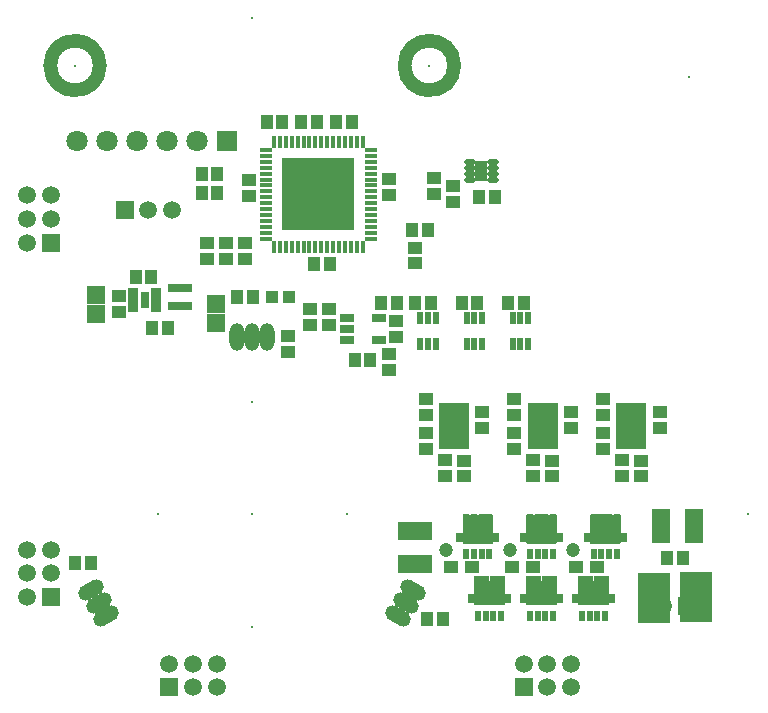
<source format=gts>
G04*
G04 #@! TF.GenerationSoftware,Altium Limited,Altium Designer,24.4.1 (13)*
G04*
G04 Layer_Color=8388736*
%FSLAX44Y44*%
%MOMM*%
G71*
G04*
G04 #@! TF.SameCoordinates,1D3D786A-4C35-496E-9A10-02EDD5D57B8C*
G04*
G04*
G04 #@! TF.FilePolarity,Negative*
G04*
G01*
G75*
%ADD43C,1.2000*%
%ADD44R,2.7000X4.3233*%
%ADD45R,1.6032X1.5032*%
%ADD46R,1.1032X1.2032*%
%ADD47R,0.8032X1.4032*%
%ADD48R,0.9032X0.5032*%
%ADD49R,1.5032X2.9032*%
%ADD50R,2.9032X1.5032*%
%ADD51R,1.1532X1.0532*%
%ADD52R,1.0532X1.1532*%
%ADD53R,1.2032X0.7532*%
%ADD54R,1.2032X1.1032*%
%ADD55R,2.5832X1.8532*%
%ADD56R,0.4832X1.0632*%
%ADD57R,0.5532X1.0532*%
%ADD58R,0.6232X0.8632*%
%ADD59R,0.5432X1.0032*%
%ADD60R,1.1032X1.8032*%
G04:AMPARAMS|DCode=61|XSize=0.9432mm|YSize=0.4832mm|CornerRadius=0.1366mm|HoleSize=0mm|Usage=FLASHONLY|Rotation=180.000|XOffset=0mm|YOffset=0mm|HoleType=Round|Shape=RoundedRectangle|*
%AMROUNDEDRECTD61*
21,1,0.9432,0.2100,0,0,180.0*
21,1,0.6700,0.4832,0,0,180.0*
1,1,0.2732,-0.3350,0.1050*
1,1,0.2732,0.3350,0.1050*
1,1,0.2732,0.3350,-0.1050*
1,1,0.2732,-0.3350,-0.1050*
%
%ADD61ROUNDEDRECTD61*%
%ADD62R,1.0032X1.0032*%
%ADD63R,6.2032X6.2032*%
%ADD64R,1.0632X0.4632*%
%ADD65R,0.4632X1.0632*%
%ADD66R,2.0032X0.8032*%
%ADD67C,1.5032*%
%ADD68R,1.5032X1.5032*%
%ADD69C,0.2032*%
%ADD70C,1.8032*%
%ADD71R,1.8032X1.8032*%
%ADD72R,1.5032X1.5032*%
%ADD73C,1.2032*%
G04:AMPARAMS|DCode=74|XSize=2.3432mm|YSize=1.2732mm|CornerRadius=0mm|HoleSize=0mm|Usage=FLASHONLY|Rotation=330.000|XOffset=0mm|YOffset=0mm|HoleType=Round|Shape=Round|*
%AMOVALD74*
21,1,1.0700,1.2732,0.0000,0.0000,330.0*
1,1,1.2732,-0.4633,0.2675*
1,1,1.2732,0.4633,-0.2675*
%
%ADD74OVALD74*%

%ADD75O,1.2732X2.3432*%
G04:AMPARAMS|DCode=76|XSize=2.3432mm|YSize=1.2732mm|CornerRadius=0mm|HoleSize=0mm|Usage=FLASHONLY|Rotation=210.000|XOffset=0mm|YOffset=0mm|HoleType=Round|Shape=Round|*
%AMOVALD76*
21,1,1.0700,1.2732,0.0000,0.0000,210.0*
1,1,1.2732,0.4633,0.2675*
1,1,1.2732,-0.4633,-0.2675*
%
%ADD76OVALD76*%

%ADD77C,0.9032*%
G36*
X310983Y9D02*
X311113Y-16D01*
X311239Y-59D01*
X311359Y-118D01*
X311470Y-192D01*
X311570Y-280D01*
X311658Y-380D01*
X311731Y-491D01*
X311791Y-610D01*
X311833Y-737D01*
X311859Y-867D01*
X311868Y-1000D01*
Y-15482D01*
X316300D01*
X316433Y-15490D01*
X316563Y-15517D01*
X316689Y-15559D01*
X316809Y-15618D01*
X316920Y-15692D01*
X317020Y-15780D01*
X317108Y-15880D01*
X317181Y-15991D01*
X317241Y-16110D01*
X317283Y-16236D01*
X317309Y-16367D01*
X317318Y-16500D01*
Y-22200D01*
X317309Y-22333D01*
X317283Y-22464D01*
X317241Y-22590D01*
X317181Y-22709D01*
X317108Y-22820D01*
X317020Y-22920D01*
X316920Y-23008D01*
X316809Y-23082D01*
X316689Y-23141D01*
X316563Y-23184D01*
X316433Y-23210D01*
X316300Y-23218D01*
X311868D01*
Y-24000D01*
X311859Y-24133D01*
X311833Y-24264D01*
X311791Y-24390D01*
X311731Y-24509D01*
X311658Y-24620D01*
X311570Y-24720D01*
X311470Y-24808D01*
X311359Y-24882D01*
X311239Y-24941D01*
X311113Y-24983D01*
X310983Y-25010D01*
X310850Y-25018D01*
X287150D01*
X287017Y-25010D01*
X286886Y-24983D01*
X286760Y-24941D01*
X286641Y-24882D01*
X286530Y-24808D01*
X286430Y-24720D01*
X286342Y-24620D01*
X286268Y-24509D01*
X286209Y-24390D01*
X286166Y-24264D01*
X286140Y-24133D01*
X286132Y-24000D01*
Y-23218D01*
X281700D01*
X281567Y-23210D01*
X281436Y-23184D01*
X281310Y-23141D01*
X281191Y-23082D01*
X281080Y-23008D01*
X280980Y-22920D01*
X280892Y-22820D01*
X280818Y-22709D01*
X280759Y-22590D01*
X280716Y-22464D01*
X280690Y-22333D01*
X280682Y-22200D01*
Y-16500D01*
X280690Y-16367D01*
X280716Y-16236D01*
X280759Y-16110D01*
X280818Y-15991D01*
X280892Y-15880D01*
X280980Y-15780D01*
X281080Y-15692D01*
X281191Y-15618D01*
X281310Y-15559D01*
X281436Y-15517D01*
X281567Y-15490D01*
X281700Y-15482D01*
X286132D01*
Y-1000D01*
X286140Y-867D01*
X286166Y-737D01*
X286209Y-610D01*
X286268Y-491D01*
X286342Y-380D01*
X286430Y-280D01*
X286530Y-192D01*
X286641Y-118D01*
X286760Y-59D01*
X286886Y-16D01*
X287017Y9D01*
X287150Y18D01*
X291350D01*
X291483Y9D01*
X291613Y-16D01*
X291739Y-59D01*
X291859Y-118D01*
X291970Y-192D01*
X292070Y-280D01*
X292158Y-380D01*
X292232Y-491D01*
X292290Y-610D01*
X292333Y-737D01*
X292359Y-867D01*
X292368Y-1000D01*
Y-4682D01*
X292632D01*
Y-1000D01*
X292640Y-867D01*
X292666Y-737D01*
X292709Y-610D01*
X292768Y-491D01*
X292842Y-380D01*
X292930Y-280D01*
X293030Y-192D01*
X293141Y-118D01*
X293260Y-59D01*
X293386Y-16D01*
X293517Y9D01*
X293650Y18D01*
X297850D01*
X297983Y9D01*
X298113Y-16D01*
X298239Y-59D01*
X298359Y-118D01*
X298470Y-192D01*
X298570Y-280D01*
X298657Y-380D01*
X298731Y-491D01*
X298790Y-610D01*
X298833Y-737D01*
X298859Y-867D01*
X298868Y-1000D01*
Y-4682D01*
X299132D01*
Y-1000D01*
X299140Y-867D01*
X299166Y-737D01*
X299209Y-610D01*
X299268Y-491D01*
X299342Y-380D01*
X299430Y-280D01*
X299530Y-192D01*
X299641Y-118D01*
X299760Y-59D01*
X299886Y-16D01*
X300017Y9D01*
X300150Y18D01*
X304350D01*
X304483Y9D01*
X304613Y-16D01*
X304739Y-59D01*
X304859Y-118D01*
X304970Y-192D01*
X305070Y-280D01*
X305158Y-380D01*
X305231Y-491D01*
X305291Y-610D01*
X305333Y-737D01*
X305359Y-867D01*
X305368Y-1000D01*
Y-4682D01*
X305632D01*
Y-1000D01*
X305640Y-867D01*
X305666Y-737D01*
X305709Y-610D01*
X305768Y-491D01*
X305842Y-380D01*
X305930Y-280D01*
X306030Y-192D01*
X306141Y-118D01*
X306260Y-59D01*
X306386Y-16D01*
X306517Y9D01*
X306650Y18D01*
X310850D01*
X310983Y9D01*
D02*
G37*
G36*
X202983Y9D02*
X203113Y-17D01*
X203239Y-60D01*
X203359Y-119D01*
X203470Y-192D01*
X203570Y-280D01*
X203658Y-380D01*
X203731Y-491D01*
X203790Y-611D01*
X203833Y-737D01*
X203859Y-867D01*
X203868Y-1000D01*
Y-15482D01*
X208300D01*
X208433Y-15491D01*
X208563Y-15517D01*
X208689Y-15560D01*
X208809Y-15618D01*
X208920Y-15692D01*
X209020Y-15780D01*
X209108Y-15880D01*
X209181Y-15991D01*
X209240Y-16111D01*
X209283Y-16237D01*
X209309Y-16367D01*
X209318Y-16500D01*
Y-22200D01*
X209309Y-22333D01*
X209283Y-22464D01*
X209240Y-22590D01*
X209181Y-22709D01*
X209108Y-22820D01*
X209020Y-22920D01*
X208920Y-23008D01*
X208809Y-23082D01*
X208689Y-23141D01*
X208563Y-23184D01*
X208433Y-23210D01*
X208300Y-23218D01*
X203868D01*
Y-24000D01*
X203859Y-24133D01*
X203833Y-24264D01*
X203790Y-24390D01*
X203731Y-24509D01*
X203658Y-24620D01*
X203570Y-24720D01*
X203470Y-24808D01*
X203359Y-24882D01*
X203239Y-24941D01*
X203113Y-24984D01*
X202983Y-25010D01*
X202850Y-25018D01*
X179150D01*
X179017Y-25010D01*
X178886Y-24984D01*
X178760Y-24941D01*
X178641Y-24882D01*
X178530Y-24808D01*
X178430Y-24720D01*
X178342Y-24620D01*
X178268Y-24509D01*
X178209Y-24390D01*
X178166Y-24264D01*
X178140Y-24133D01*
X178132Y-24000D01*
Y-23218D01*
X173700D01*
X173567Y-23210D01*
X173436Y-23184D01*
X173310Y-23141D01*
X173191Y-23082D01*
X173080Y-23008D01*
X172980Y-22920D01*
X172892Y-22820D01*
X172818Y-22709D01*
X172759Y-22590D01*
X172716Y-22464D01*
X172690Y-22333D01*
X172682Y-22200D01*
Y-16500D01*
X172690Y-16367D01*
X172716Y-16237D01*
X172759Y-16111D01*
X172818Y-15991D01*
X172892Y-15880D01*
X172980Y-15780D01*
X173080Y-15692D01*
X173191Y-15618D01*
X173310Y-15560D01*
X173436Y-15517D01*
X173567Y-15491D01*
X173700Y-15482D01*
X178132D01*
Y-1000D01*
X178140Y-867D01*
X178166Y-737D01*
X178209Y-611D01*
X178268Y-491D01*
X178342Y-380D01*
X178430Y-280D01*
X178530Y-192D01*
X178641Y-119D01*
X178760Y-60D01*
X178886Y-17D01*
X179017Y9D01*
X179150Y18D01*
X183350D01*
X183483Y9D01*
X183613Y-17D01*
X183739Y-60D01*
X183859Y-119D01*
X183970Y-192D01*
X184070Y-280D01*
X184158Y-380D01*
X184232Y-491D01*
X184291Y-611D01*
X184333Y-737D01*
X184359Y-867D01*
X184368Y-1000D01*
Y-4682D01*
X184632D01*
Y-1000D01*
X184640Y-867D01*
X184666Y-737D01*
X184709Y-611D01*
X184768Y-491D01*
X184842Y-380D01*
X184930Y-280D01*
X185030Y-192D01*
X185141Y-119D01*
X185260Y-60D01*
X185386Y-17D01*
X185517Y9D01*
X185650Y18D01*
X189850D01*
X189983Y9D01*
X190113Y-17D01*
X190239Y-60D01*
X190359Y-119D01*
X190470Y-192D01*
X190570Y-280D01*
X190658Y-380D01*
X190732Y-491D01*
X190791Y-611D01*
X190833Y-737D01*
X190859Y-867D01*
X190868Y-1000D01*
Y-4682D01*
X191132D01*
Y-1000D01*
X191140Y-867D01*
X191166Y-737D01*
X191209Y-611D01*
X191268Y-491D01*
X191342Y-380D01*
X191430Y-280D01*
X191530Y-192D01*
X191641Y-119D01*
X191760Y-60D01*
X191886Y-17D01*
X192017Y9D01*
X192150Y18D01*
X196350D01*
X196483Y9D01*
X196613Y-17D01*
X196739Y-60D01*
X196859Y-119D01*
X196970Y-192D01*
X197070Y-280D01*
X197158Y-380D01*
X197232Y-491D01*
X197290Y-611D01*
X197333Y-737D01*
X197359Y-867D01*
X197368Y-1000D01*
Y-4682D01*
X197632D01*
Y-1000D01*
X197640Y-867D01*
X197666Y-737D01*
X197709Y-611D01*
X197768Y-491D01*
X197842Y-380D01*
X197930Y-280D01*
X198030Y-192D01*
X198141Y-119D01*
X198260Y-60D01*
X198386Y-17D01*
X198517Y9D01*
X198650Y18D01*
X202850D01*
X202983Y9D01*
D02*
G37*
G36*
X256983Y9D02*
X257113Y-17D01*
X257239Y-60D01*
X257359Y-119D01*
X257470Y-192D01*
X257570Y-280D01*
X257658Y-380D01*
X257732Y-491D01*
X257791Y-611D01*
X257833Y-737D01*
X257859Y-867D01*
X257868Y-1000D01*
Y-15482D01*
X262300D01*
X262433Y-15491D01*
X262563Y-15517D01*
X262689Y-15560D01*
X262809Y-15618D01*
X262920Y-15692D01*
X263020Y-15780D01*
X263108Y-15880D01*
X263182Y-15991D01*
X263241Y-16111D01*
X263283Y-16237D01*
X263309Y-16367D01*
X263318Y-16500D01*
Y-22200D01*
X263309Y-22333D01*
X263283Y-22464D01*
X263241Y-22590D01*
X263182Y-22709D01*
X263108Y-22820D01*
X263020Y-22920D01*
X262920Y-23008D01*
X262809Y-23082D01*
X262689Y-23141D01*
X262563Y-23184D01*
X262433Y-23210D01*
X262300Y-23218D01*
X257868D01*
Y-24000D01*
X257859Y-24133D01*
X257833Y-24264D01*
X257791Y-24390D01*
X257732Y-24509D01*
X257658Y-24620D01*
X257570Y-24720D01*
X257470Y-24808D01*
X257359Y-24882D01*
X257239Y-24941D01*
X257113Y-24984D01*
X256983Y-25010D01*
X256850Y-25018D01*
X233150D01*
X233017Y-25010D01*
X232886Y-24984D01*
X232760Y-24941D01*
X232641Y-24882D01*
X232530Y-24808D01*
X232430Y-24720D01*
X232342Y-24620D01*
X232268Y-24509D01*
X232209Y-24390D01*
X232166Y-24264D01*
X232140Y-24133D01*
X232132Y-24000D01*
Y-23218D01*
X227700D01*
X227567Y-23210D01*
X227436Y-23184D01*
X227310Y-23141D01*
X227191Y-23082D01*
X227080Y-23008D01*
X226980Y-22920D01*
X226892Y-22820D01*
X226818Y-22709D01*
X226759Y-22590D01*
X226716Y-22464D01*
X226690Y-22333D01*
X226682Y-22200D01*
Y-16500D01*
X226690Y-16367D01*
X226716Y-16237D01*
X226759Y-16111D01*
X226818Y-15991D01*
X226892Y-15880D01*
X226980Y-15780D01*
X227080Y-15692D01*
X227191Y-15618D01*
X227310Y-15560D01*
X227436Y-15517D01*
X227567Y-15491D01*
X227700Y-15482D01*
X232132D01*
Y-1000D01*
X232140Y-867D01*
X232166Y-737D01*
X232209Y-611D01*
X232268Y-491D01*
X232342Y-380D01*
X232430Y-280D01*
X232530Y-192D01*
X232641Y-119D01*
X232760Y-60D01*
X232886Y-17D01*
X233017Y9D01*
X233150Y18D01*
X237350D01*
X237483Y9D01*
X237613Y-17D01*
X237740Y-60D01*
X237859Y-119D01*
X237970Y-192D01*
X238070Y-280D01*
X238158Y-380D01*
X238232Y-491D01*
X238291Y-611D01*
X238333Y-737D01*
X238359Y-867D01*
X238368Y-1000D01*
Y-4682D01*
X238632D01*
Y-1000D01*
X238640Y-867D01*
X238666Y-737D01*
X238709Y-611D01*
X238768Y-491D01*
X238842Y-380D01*
X238930Y-280D01*
X239030Y-192D01*
X239141Y-119D01*
X239260Y-60D01*
X239386Y-17D01*
X239517Y9D01*
X239650Y18D01*
X243850D01*
X243983Y9D01*
X244113Y-17D01*
X244240Y-60D01*
X244359Y-119D01*
X244470Y-192D01*
X244570Y-280D01*
X244658Y-380D01*
X244732Y-491D01*
X244790Y-611D01*
X244833Y-737D01*
X244859Y-867D01*
X244868Y-1000D01*
Y-4682D01*
X245132D01*
Y-1000D01*
X245140Y-867D01*
X245166Y-737D01*
X245209Y-611D01*
X245268Y-491D01*
X245342Y-380D01*
X245430Y-280D01*
X245530Y-192D01*
X245641Y-119D01*
X245760Y-60D01*
X245886Y-17D01*
X246017Y9D01*
X246150Y18D01*
X250350D01*
X250483Y9D01*
X250613Y-17D01*
X250739Y-60D01*
X250859Y-119D01*
X250970Y-192D01*
X251070Y-280D01*
X251158Y-380D01*
X251232Y-491D01*
X251290Y-611D01*
X251333Y-737D01*
X251359Y-867D01*
X251368Y-1000D01*
Y-4682D01*
X251632D01*
Y-1000D01*
X251640Y-867D01*
X251666Y-737D01*
X251709Y-611D01*
X251768Y-491D01*
X251842Y-380D01*
X251930Y-280D01*
X252030Y-192D01*
X252141Y-119D01*
X252260Y-60D01*
X252386Y-17D01*
X252517Y9D01*
X252650Y18D01*
X256850D01*
X256983Y9D01*
D02*
G37*
G36*
X300983Y-51991D02*
X301113Y-52017D01*
X301240Y-52059D01*
X301359Y-52118D01*
X301470Y-52192D01*
X301570Y-52280D01*
X301658Y-52380D01*
X301732Y-52491D01*
X301791Y-52610D01*
X301833Y-52737D01*
X301859Y-52867D01*
X301868Y-53000D01*
Y-67482D01*
X306300D01*
X306433Y-67491D01*
X306563Y-67517D01*
X306690Y-67559D01*
X306809Y-67618D01*
X306920Y-67692D01*
X307020Y-67780D01*
X307108Y-67880D01*
X307182Y-67991D01*
X307241Y-68110D01*
X307283Y-68236D01*
X307309Y-68367D01*
X307318Y-68500D01*
Y-74200D01*
X307309Y-74333D01*
X307283Y-74464D01*
X307241Y-74590D01*
X307182Y-74709D01*
X307108Y-74820D01*
X307020Y-74920D01*
X306920Y-75008D01*
X306809Y-75082D01*
X306690Y-75141D01*
X306563Y-75184D01*
X306433Y-75209D01*
X306300Y-75218D01*
X301868D01*
Y-76000D01*
X301859Y-76133D01*
X301833Y-76264D01*
X301791Y-76390D01*
X301732Y-76509D01*
X301658Y-76620D01*
X301570Y-76720D01*
X301470Y-76808D01*
X301359Y-76882D01*
X301240Y-76941D01*
X301113Y-76983D01*
X300983Y-77010D01*
X300850Y-77018D01*
X277150D01*
X277017Y-77010D01*
X276887Y-76983D01*
X276760Y-76941D01*
X276641Y-76882D01*
X276530Y-76808D01*
X276430Y-76720D01*
X276342Y-76620D01*
X276268Y-76509D01*
X276209Y-76390D01*
X276166Y-76264D01*
X276140Y-76133D01*
X276132Y-76000D01*
Y-75218D01*
X271700D01*
X271567Y-75209D01*
X271437Y-75184D01*
X271310Y-75141D01*
X271191Y-75082D01*
X271080Y-75008D01*
X270980Y-74920D01*
X270892Y-74820D01*
X270818Y-74709D01*
X270759Y-74590D01*
X270716Y-74464D01*
X270690Y-74333D01*
X270682Y-74200D01*
Y-68500D01*
X270690Y-68367D01*
X270716Y-68236D01*
X270759Y-68110D01*
X270818Y-67991D01*
X270892Y-67880D01*
X270980Y-67780D01*
X271080Y-67692D01*
X271191Y-67618D01*
X271310Y-67559D01*
X271437Y-67517D01*
X271567Y-67491D01*
X271700Y-67482D01*
X276132D01*
Y-53000D01*
X276140Y-52867D01*
X276166Y-52737D01*
X276209Y-52610D01*
X276268Y-52491D01*
X276342Y-52380D01*
X276430Y-52280D01*
X276530Y-52192D01*
X276641Y-52118D01*
X276760Y-52059D01*
X276887Y-52017D01*
X277017Y-51991D01*
X277150Y-51982D01*
X281350D01*
X281483Y-51991D01*
X281614Y-52017D01*
X281740Y-52059D01*
X281859Y-52118D01*
X281970Y-52192D01*
X282070Y-52280D01*
X282158Y-52380D01*
X282232Y-52491D01*
X282291Y-52610D01*
X282334Y-52737D01*
X282360Y-52867D01*
X282368Y-53000D01*
Y-56682D01*
X282632D01*
Y-53000D01*
X282640Y-52867D01*
X282666Y-52737D01*
X282709Y-52610D01*
X282768Y-52491D01*
X282842Y-52380D01*
X282930Y-52280D01*
X283030Y-52192D01*
X283141Y-52118D01*
X283260Y-52059D01*
X283386Y-52017D01*
X283517Y-51991D01*
X283650Y-51982D01*
X287850D01*
X287983Y-51991D01*
X288113Y-52017D01*
X288240Y-52059D01*
X288359Y-52118D01*
X288470Y-52192D01*
X288570Y-52280D01*
X288658Y-52380D01*
X288732Y-52491D01*
X288791Y-52610D01*
X288834Y-52737D01*
X288860Y-52867D01*
X288868Y-53000D01*
Y-56682D01*
X289132D01*
Y-53000D01*
X289140Y-52867D01*
X289167Y-52737D01*
X289209Y-52610D01*
X289268Y-52491D01*
X289342Y-52380D01*
X289430Y-52280D01*
X289530Y-52192D01*
X289641Y-52118D01*
X289760Y-52059D01*
X289886Y-52017D01*
X290017Y-51991D01*
X290150Y-51982D01*
X294350D01*
X294483Y-51991D01*
X294613Y-52017D01*
X294740Y-52059D01*
X294859Y-52118D01*
X294970Y-52192D01*
X295070Y-52280D01*
X295158Y-52380D01*
X295232Y-52491D01*
X295291Y-52610D01*
X295333Y-52737D01*
X295359Y-52867D01*
X295368Y-53000D01*
Y-56682D01*
X295632D01*
Y-53000D01*
X295641Y-52867D01*
X295667Y-52737D01*
X295709Y-52610D01*
X295768Y-52491D01*
X295842Y-52380D01*
X295930Y-52280D01*
X296030Y-52192D01*
X296141Y-52118D01*
X296260Y-52059D01*
X296387Y-52017D01*
X296517Y-51991D01*
X296650Y-51982D01*
X300850D01*
X300983Y-51991D01*
D02*
G37*
G36*
X212983Y-51991D02*
X213113Y-52017D01*
X213240Y-52059D01*
X213359Y-52118D01*
X213470Y-52192D01*
X213570Y-52280D01*
X213658Y-52380D01*
X213732Y-52491D01*
X213791Y-52610D01*
X213834Y-52737D01*
X213860Y-52867D01*
X213868Y-53000D01*
Y-67482D01*
X218300D01*
X218433Y-67491D01*
X218563Y-67517D01*
X218690Y-67559D01*
X218809Y-67618D01*
X218920Y-67692D01*
X219020Y-67780D01*
X219108Y-67880D01*
X219182Y-67991D01*
X219241Y-68110D01*
X219284Y-68236D01*
X219310Y-68367D01*
X219318Y-68500D01*
Y-74200D01*
X219310Y-74333D01*
X219284Y-74464D01*
X219241Y-74590D01*
X219182Y-74709D01*
X219108Y-74820D01*
X219020Y-74920D01*
X218920Y-75008D01*
X218809Y-75082D01*
X218690Y-75141D01*
X218563Y-75184D01*
X218433Y-75209D01*
X218300Y-75218D01*
X213868D01*
Y-76000D01*
X213860Y-76133D01*
X213834Y-76264D01*
X213791Y-76390D01*
X213732Y-76509D01*
X213658Y-76620D01*
X213570Y-76720D01*
X213470Y-76808D01*
X213359Y-76882D01*
X213240Y-76941D01*
X213113Y-76983D01*
X212983Y-77010D01*
X212850Y-77018D01*
X189150D01*
X189017Y-77010D01*
X188887Y-76983D01*
X188760Y-76941D01*
X188641Y-76882D01*
X188530Y-76808D01*
X188430Y-76720D01*
X188342Y-76620D01*
X188268Y-76509D01*
X188209Y-76390D01*
X188167Y-76264D01*
X188141Y-76133D01*
X188132Y-76000D01*
Y-75218D01*
X183700D01*
X183567Y-75209D01*
X183437Y-75184D01*
X183310Y-75141D01*
X183191Y-75082D01*
X183080Y-75008D01*
X182980Y-74920D01*
X182892Y-74820D01*
X182818Y-74709D01*
X182759Y-74590D01*
X182717Y-74464D01*
X182691Y-74333D01*
X182682Y-74200D01*
Y-68500D01*
X182691Y-68367D01*
X182717Y-68236D01*
X182759Y-68110D01*
X182818Y-67991D01*
X182892Y-67880D01*
X182980Y-67780D01*
X183080Y-67692D01*
X183191Y-67618D01*
X183310Y-67559D01*
X183437Y-67517D01*
X183567Y-67491D01*
X183700Y-67482D01*
X188132D01*
Y-53000D01*
X188141Y-52867D01*
X188167Y-52737D01*
X188209Y-52610D01*
X188268Y-52491D01*
X188342Y-52380D01*
X188430Y-52280D01*
X188530Y-52192D01*
X188641Y-52118D01*
X188760Y-52059D01*
X188887Y-52017D01*
X189017Y-51991D01*
X189150Y-51982D01*
X193350D01*
X193483Y-51991D01*
X193613Y-52017D01*
X193740Y-52059D01*
X193859Y-52118D01*
X193970Y-52192D01*
X194070Y-52280D01*
X194158Y-52380D01*
X194232Y-52491D01*
X194291Y-52610D01*
X194333Y-52737D01*
X194359Y-52867D01*
X194368Y-53000D01*
Y-56682D01*
X194632D01*
Y-53000D01*
X194641Y-52867D01*
X194667Y-52737D01*
X194709Y-52610D01*
X194768Y-52491D01*
X194842Y-52380D01*
X194930Y-52280D01*
X195030Y-52192D01*
X195141Y-52118D01*
X195260Y-52059D01*
X195387Y-52017D01*
X195517Y-51991D01*
X195650Y-51982D01*
X199850D01*
X199983Y-51991D01*
X200114Y-52017D01*
X200240Y-52059D01*
X200359Y-52118D01*
X200470Y-52192D01*
X200570Y-52280D01*
X200658Y-52380D01*
X200732Y-52491D01*
X200791Y-52610D01*
X200833Y-52737D01*
X200860Y-52867D01*
X200868Y-53000D01*
Y-56682D01*
X201132D01*
Y-53000D01*
X201140Y-52867D01*
X201166Y-52737D01*
X201209Y-52610D01*
X201268Y-52491D01*
X201342Y-52380D01*
X201430Y-52280D01*
X201530Y-52192D01*
X201641Y-52118D01*
X201760Y-52059D01*
X201887Y-52017D01*
X202017Y-51991D01*
X202150Y-51982D01*
X206350D01*
X206483Y-51991D01*
X206614Y-52017D01*
X206740Y-52059D01*
X206859Y-52118D01*
X206970Y-52192D01*
X207070Y-52280D01*
X207158Y-52380D01*
X207232Y-52491D01*
X207291Y-52610D01*
X207334Y-52737D01*
X207360Y-52867D01*
X207368Y-53000D01*
Y-56682D01*
X207632D01*
Y-53000D01*
X207640Y-52867D01*
X207666Y-52737D01*
X207709Y-52610D01*
X207768Y-52491D01*
X207842Y-52380D01*
X207930Y-52280D01*
X208030Y-52192D01*
X208141Y-52118D01*
X208260Y-52059D01*
X208386Y-52017D01*
X208517Y-51991D01*
X208650Y-51982D01*
X212850D01*
X212983Y-51991D01*
D02*
G37*
G36*
X256983Y-51991D02*
X257113Y-52017D01*
X257239Y-52060D01*
X257359Y-52119D01*
X257470Y-52193D01*
X257570Y-52280D01*
X257658Y-52380D01*
X257732Y-52491D01*
X257791Y-52611D01*
X257833Y-52737D01*
X257859Y-52867D01*
X257868Y-53000D01*
Y-67482D01*
X262300D01*
X262433Y-67491D01*
X262563Y-67517D01*
X262689Y-67560D01*
X262809Y-67618D01*
X262920Y-67692D01*
X263020Y-67780D01*
X263108Y-67880D01*
X263182Y-67991D01*
X263241Y-68111D01*
X263283Y-68237D01*
X263309Y-68367D01*
X263318Y-68500D01*
Y-74200D01*
X263309Y-74333D01*
X263283Y-74464D01*
X263241Y-74590D01*
X263182Y-74709D01*
X263108Y-74820D01*
X263020Y-74920D01*
X262920Y-75008D01*
X262809Y-75082D01*
X262689Y-75141D01*
X262563Y-75184D01*
X262433Y-75210D01*
X262300Y-75218D01*
X257868D01*
Y-76000D01*
X257859Y-76133D01*
X257833Y-76264D01*
X257791Y-76390D01*
X257732Y-76509D01*
X257658Y-76620D01*
X257570Y-76720D01*
X257470Y-76808D01*
X257359Y-76882D01*
X257239Y-76941D01*
X257113Y-76984D01*
X256983Y-77010D01*
X256850Y-77018D01*
X233150D01*
X233017Y-77010D01*
X232886Y-76984D01*
X232760Y-76941D01*
X232641Y-76882D01*
X232530Y-76808D01*
X232430Y-76720D01*
X232342Y-76620D01*
X232268Y-76509D01*
X232209Y-76390D01*
X232166Y-76264D01*
X232140Y-76133D01*
X232132Y-76000D01*
Y-75218D01*
X227700D01*
X227567Y-75210D01*
X227436Y-75184D01*
X227310Y-75141D01*
X227191Y-75082D01*
X227080Y-75008D01*
X226980Y-74920D01*
X226892Y-74820D01*
X226818Y-74709D01*
X226759Y-74590D01*
X226716Y-74464D01*
X226690Y-74333D01*
X226682Y-74200D01*
Y-68500D01*
X226690Y-68367D01*
X226716Y-68237D01*
X226759Y-68111D01*
X226818Y-67991D01*
X226892Y-67880D01*
X226980Y-67780D01*
X227080Y-67692D01*
X227191Y-67618D01*
X227310Y-67560D01*
X227436Y-67517D01*
X227567Y-67491D01*
X227700Y-67482D01*
X232132D01*
Y-53000D01*
X232140Y-52867D01*
X232166Y-52737D01*
X232209Y-52611D01*
X232268Y-52491D01*
X232342Y-52380D01*
X232430Y-52280D01*
X232530Y-52193D01*
X232641Y-52119D01*
X232760Y-52060D01*
X232886Y-52017D01*
X233017Y-51991D01*
X233150Y-51982D01*
X237350D01*
X237483Y-51991D01*
X237613Y-52017D01*
X237740Y-52060D01*
X237859Y-52119D01*
X237970Y-52193D01*
X238070Y-52280D01*
X238158Y-52380D01*
X238232Y-52491D01*
X238291Y-52611D01*
X238333Y-52737D01*
X238359Y-52867D01*
X238368Y-53000D01*
Y-56682D01*
X238632D01*
Y-53000D01*
X238640Y-52867D01*
X238666Y-52737D01*
X238709Y-52611D01*
X238768Y-52491D01*
X238842Y-52380D01*
X238930Y-52280D01*
X239030Y-52193D01*
X239141Y-52119D01*
X239260Y-52060D01*
X239386Y-52017D01*
X239517Y-51991D01*
X239650Y-51982D01*
X243850D01*
X243983Y-51991D01*
X244113Y-52017D01*
X244240Y-52060D01*
X244359Y-52119D01*
X244470Y-52193D01*
X244570Y-52280D01*
X244658Y-52380D01*
X244732Y-52491D01*
X244790Y-52611D01*
X244833Y-52737D01*
X244859Y-52867D01*
X244868Y-53000D01*
Y-56682D01*
X245132D01*
Y-53000D01*
X245140Y-52867D01*
X245166Y-52737D01*
X245209Y-52611D01*
X245268Y-52491D01*
X245342Y-52380D01*
X245430Y-52280D01*
X245530Y-52193D01*
X245641Y-52119D01*
X245760Y-52060D01*
X245886Y-52017D01*
X246017Y-51991D01*
X246150Y-51982D01*
X250350D01*
X250483Y-51991D01*
X250613Y-52017D01*
X250739Y-52060D01*
X250859Y-52119D01*
X250970Y-52193D01*
X251070Y-52280D01*
X251158Y-52380D01*
X251232Y-52491D01*
X251290Y-52611D01*
X251333Y-52737D01*
X251359Y-52867D01*
X251368Y-53000D01*
Y-56682D01*
X251632D01*
Y-53000D01*
X251640Y-52867D01*
X251666Y-52737D01*
X251709Y-52611D01*
X251768Y-52491D01*
X251842Y-52380D01*
X251930Y-52280D01*
X252030Y-52193D01*
X252141Y-52119D01*
X252260Y-52060D01*
X252386Y-52017D01*
X252517Y-51991D01*
X252650Y-51982D01*
X256850D01*
X256983Y-51991D01*
D02*
G37*
D43*
X171000Y380000D02*
G03*
X171000Y380000I-21000J0D01*
G01*
X-129000D02*
G03*
X-129000Y380000I-21000J0D01*
G01*
D44*
X375500Y-70384D02*
D03*
X340500Y-70616D02*
D03*
D45*
X-31000Y162000D02*
D03*
Y178000D02*
D03*
X-132000Y170000D02*
D03*
Y186000D02*
D03*
D46*
X-98750Y201000D02*
D03*
X-85250D02*
D03*
X52250Y212000D02*
D03*
X65750D02*
D03*
X205750Y269000D02*
D03*
X192250D02*
D03*
X351250Y-37000D02*
D03*
X364750D02*
D03*
X-136250Y-41000D02*
D03*
X-149750D02*
D03*
X148250Y-89000D02*
D03*
X161750D02*
D03*
X135250Y241000D02*
D03*
X148750D02*
D03*
X41250Y332000D02*
D03*
X54750D02*
D03*
X84750D02*
D03*
X71250D02*
D03*
X229750Y179000D02*
D03*
X216250D02*
D03*
X190750D02*
D03*
X177250D02*
D03*
X151750D02*
D03*
X138250D02*
D03*
X-84750Y158000D02*
D03*
X-71250D02*
D03*
D47*
X-91115Y181195D02*
D03*
D48*
X-100615Y173695D02*
D03*
Y178695D02*
D03*
Y183695D02*
D03*
Y188695D02*
D03*
X-81615D02*
D03*
Y183695D02*
D03*
Y178695D02*
D03*
Y173695D02*
D03*
D49*
X346000Y-10000D02*
D03*
X374000D02*
D03*
D50*
X138000Y-14000D02*
D03*
Y-42000D02*
D03*
D51*
X-38000Y229500D02*
D03*
Y216500D02*
D03*
X-6000Y229500D02*
D03*
X-6000Y216500D02*
D03*
X147000Y84500D02*
D03*
Y97500D02*
D03*
X179000Y32500D02*
D03*
Y45500D02*
D03*
X195000Y73500D02*
D03*
Y86500D02*
D03*
X345000Y73500D02*
D03*
Y86500D02*
D03*
X329000Y32500D02*
D03*
Y45500D02*
D03*
X297000Y84500D02*
D03*
Y97500D02*
D03*
X222000Y84500D02*
D03*
Y97500D02*
D03*
X254000Y32500D02*
D03*
Y45500D02*
D03*
X154000Y271500D02*
D03*
Y284500D02*
D03*
X270000Y86500D02*
D03*
Y73500D02*
D03*
X138000Y212500D02*
D03*
Y225500D02*
D03*
X-22000Y229500D02*
D03*
Y216500D02*
D03*
X122000Y163500D02*
D03*
Y150500D02*
D03*
D52*
X122500Y179000D02*
D03*
X109500D02*
D03*
X25500Y332000D02*
D03*
X12500D02*
D03*
X-29500Y288000D02*
D03*
X-42500D02*
D03*
X-29500Y272000D02*
D03*
X-42500D02*
D03*
X-12500Y184000D02*
D03*
X500D02*
D03*
X99875Y131000D02*
D03*
X86875D02*
D03*
D53*
X80375Y166500D02*
D03*
Y157000D02*
D03*
Y147500D02*
D03*
X107375D02*
D03*
Y166500D02*
D03*
D54*
X163000Y32250D02*
D03*
Y45750D02*
D03*
X147000Y68750D02*
D03*
Y55250D02*
D03*
X297000Y68750D02*
D03*
Y55250D02*
D03*
X313000Y32250D02*
D03*
Y45750D02*
D03*
X238000Y32250D02*
D03*
Y45750D02*
D03*
X170000Y264250D02*
D03*
Y277750D02*
D03*
X-3000Y269250D02*
D03*
Y282750D02*
D03*
X-113000Y184750D02*
D03*
Y171250D02*
D03*
X186000Y-45000D02*
D03*
X168000D02*
D03*
X222000Y55250D02*
D03*
Y68750D02*
D03*
X292000Y-45000D02*
D03*
X274000D02*
D03*
X220000D02*
D03*
X238000D02*
D03*
X30000Y150750D02*
D03*
Y137250D02*
D03*
X116000Y283750D02*
D03*
Y270250D02*
D03*
X65000Y173750D02*
D03*
Y160250D02*
D03*
X49000D02*
D03*
Y173750D02*
D03*
X116000Y122250D02*
D03*
Y135750D02*
D03*
D55*
X171000Y75000D02*
D03*
X321000D02*
D03*
X246000D02*
D03*
D56*
X161000Y89350D02*
D03*
X166000D02*
D03*
X171000D02*
D03*
X176000D02*
D03*
X181000D02*
D03*
Y60650D02*
D03*
X176000D02*
D03*
X171000D02*
D03*
X166000D02*
D03*
X161000D02*
D03*
X311000Y89350D02*
D03*
X316000D02*
D03*
X321000D02*
D03*
X326000D02*
D03*
X331000D02*
D03*
Y60650D02*
D03*
X326000D02*
D03*
X321000D02*
D03*
X316000D02*
D03*
X311000D02*
D03*
X236000Y89350D02*
D03*
X241000D02*
D03*
X246000D02*
D03*
X251000D02*
D03*
X256000D02*
D03*
Y60650D02*
D03*
X251000D02*
D03*
X246000D02*
D03*
X241000D02*
D03*
X236000D02*
D03*
D57*
X227000Y144000D02*
D03*
X233500D02*
D03*
X220500D02*
D03*
Y166000D02*
D03*
X227000D02*
D03*
X233500D02*
D03*
X194500D02*
D03*
X188000D02*
D03*
X181500D02*
D03*
Y144000D02*
D03*
X194500D02*
D03*
X188000D02*
D03*
X155500Y166000D02*
D03*
X149000D02*
D03*
X142500D02*
D03*
Y144000D02*
D03*
X155500D02*
D03*
X149000D02*
D03*
D58*
X279250Y-85700D02*
D03*
X298750D02*
D03*
X285750D02*
D03*
X292250D02*
D03*
X235250Y-85700D02*
D03*
X254750D02*
D03*
X241750D02*
D03*
X248250D02*
D03*
X191250Y-85700D02*
D03*
X210750D02*
D03*
X197750D02*
D03*
X204250D02*
D03*
X289250Y-33700D02*
D03*
X308750D02*
D03*
X295750D02*
D03*
X302250D02*
D03*
X235250Y-33700D02*
D03*
X254750D02*
D03*
X241750D02*
D03*
X248250D02*
D03*
X181250Y-33700D02*
D03*
X200750D02*
D03*
X187750D02*
D03*
X194250D02*
D03*
D59*
X279250Y-58000D02*
D03*
X285750D02*
D03*
X292250D02*
D03*
X298750D02*
D03*
X235250Y-58000D02*
D03*
X241750D02*
D03*
X248250D02*
D03*
X254750D02*
D03*
X191250Y-58000D02*
D03*
X197750D02*
D03*
X204250D02*
D03*
X210750D02*
D03*
X289250Y-6000D02*
D03*
X295750D02*
D03*
X302250D02*
D03*
X308750D02*
D03*
X235250Y-6000D02*
D03*
X241750D02*
D03*
X248250D02*
D03*
X254750D02*
D03*
X181250Y-6000D02*
D03*
X187750D02*
D03*
X194250D02*
D03*
X200750D02*
D03*
D60*
X194000Y291000D02*
D03*
D61*
X184150Y283500D02*
D03*
Y288500D02*
D03*
Y293500D02*
D03*
Y298500D02*
D03*
X203850D02*
D03*
Y293500D02*
D03*
Y288500D02*
D03*
Y283500D02*
D03*
D62*
X31500Y184000D02*
D03*
X16500D02*
D03*
D63*
X56000Y271000D02*
D03*
D64*
X11650Y233500D02*
D03*
Y238500D02*
D03*
Y243500D02*
D03*
Y248500D02*
D03*
Y253500D02*
D03*
Y258500D02*
D03*
Y263500D02*
D03*
Y268500D02*
D03*
Y273500D02*
D03*
Y278500D02*
D03*
Y283500D02*
D03*
Y288500D02*
D03*
Y293500D02*
D03*
Y298500D02*
D03*
Y303500D02*
D03*
Y308500D02*
D03*
X100350D02*
D03*
Y303500D02*
D03*
Y298500D02*
D03*
Y293500D02*
D03*
Y288500D02*
D03*
Y283500D02*
D03*
Y278500D02*
D03*
Y273500D02*
D03*
Y268500D02*
D03*
Y263500D02*
D03*
Y258500D02*
D03*
Y253500D02*
D03*
Y248500D02*
D03*
Y243500D02*
D03*
Y238500D02*
D03*
Y233500D02*
D03*
D65*
X93500Y226650D02*
D03*
X88500D02*
D03*
X83500D02*
D03*
X78500D02*
D03*
X73500D02*
D03*
X68500D02*
D03*
X63500D02*
D03*
X58500D02*
D03*
X53500D02*
D03*
X48500D02*
D03*
X43500D02*
D03*
X38500D02*
D03*
X33500D02*
D03*
X28500D02*
D03*
X23500D02*
D03*
X18500D02*
D03*
Y315350D02*
D03*
X23500D02*
D03*
X28500D02*
D03*
X33500D02*
D03*
X38500D02*
D03*
X43500D02*
D03*
X48500D02*
D03*
X53500D02*
D03*
X58500D02*
D03*
X63500D02*
D03*
X68500D02*
D03*
X73500D02*
D03*
X78500D02*
D03*
X83500D02*
D03*
X88500D02*
D03*
X93500D02*
D03*
D66*
X-61000Y176000D02*
D03*
Y192000D02*
D03*
D67*
X-68000Y258000D02*
D03*
X-88000D02*
D03*
X348000Y-78000D02*
D03*
X-190500Y-30000D02*
D03*
Y-50000D02*
D03*
X-170500Y-30000D02*
D03*
Y-50000D02*
D03*
X-190500Y-70000D02*
D03*
Y270000D02*
D03*
Y250000D02*
D03*
X-170500Y270000D02*
D03*
Y250000D02*
D03*
X-190500Y230000D02*
D03*
X270000Y-126300D02*
D03*
X250000D02*
D03*
X270000Y-146300D02*
D03*
X250000D02*
D03*
X230000Y-126300D02*
D03*
X-30000D02*
D03*
X-50000D02*
D03*
X-30000Y-146300D02*
D03*
X-50000D02*
D03*
X-70000Y-126300D02*
D03*
D68*
X-108000Y258000D02*
D03*
X368000Y-78000D02*
D03*
X230000Y-146300D02*
D03*
X-70000D02*
D03*
D69*
X0Y0D02*
D03*
X-150000Y380000D02*
D03*
X150000D02*
D03*
X420000Y0D02*
D03*
X370000Y370000D02*
D03*
X0Y420000D02*
D03*
Y-95000D02*
D03*
Y95000D02*
D03*
X-80000Y0D02*
D03*
X80000D02*
D03*
D70*
X-148500Y316000D02*
D03*
X-123100D02*
D03*
X-72300D02*
D03*
X-46900D02*
D03*
X-97700D02*
D03*
D71*
X-21500D02*
D03*
D72*
X-170500Y-70000D02*
D03*
Y230000D02*
D03*
D73*
X164000Y-30000D02*
D03*
X272000D02*
D03*
X218000D02*
D03*
D74*
X136250Y-64001D02*
D03*
X123550Y-85998D02*
D03*
X129900Y-75000D02*
D03*
D75*
X-0Y150000D02*
D03*
X12700D02*
D03*
X-12700D02*
D03*
D76*
X-129900Y-75000D02*
D03*
X-136250Y-64001D02*
D03*
X-123550Y-85998D02*
D03*
D77*
X65000Y295000D02*
D03*
X33000Y273000D02*
D03*
Y247000D02*
D03*
Y295000D02*
D03*
M02*

</source>
